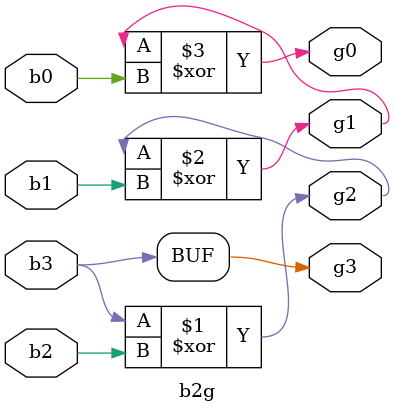
<source format=v>
module b2g (b3,b2,b1,b0,g3,g2,g1,g0);

input b3,b2,b1,b0;
output g3,g2,g1,g0;

assign g3=b3;
assign g2=b3^b2;
assign g1=g2^b1;
assign g0=g1^b0;

endmodule 
</source>
